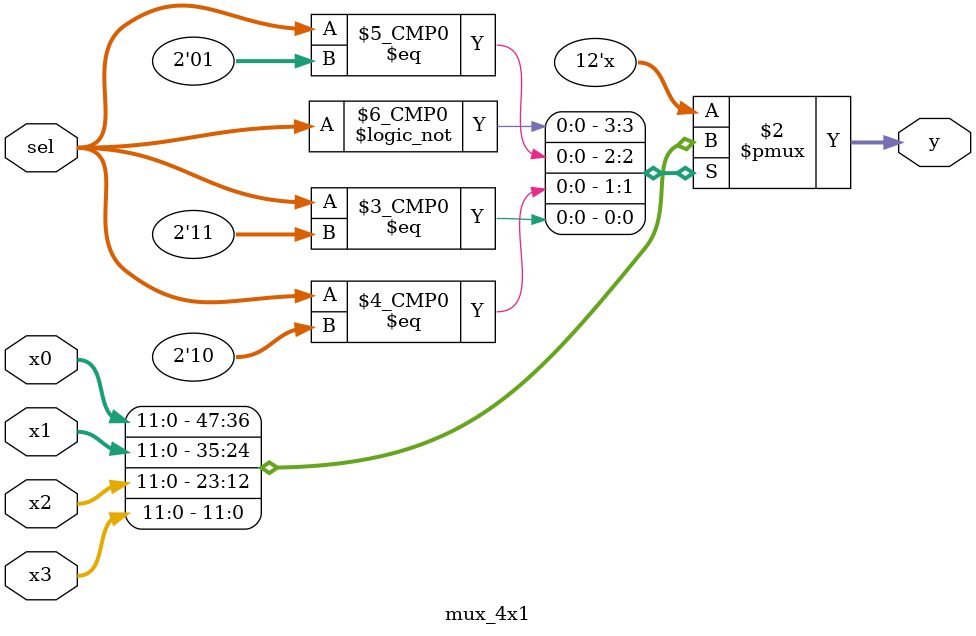
<source format=sv>
`timescale 1ns / 1ps

module VGA_Test (
    input  logic        clk,
    input  logic        reset,
    input  logic [15:0] sw,
    input  logic [ 3:0] btn,
    output logic        scl,
    output logic        sda,
    // ov7670 signal
    output logic        ov7670_xclk,
    input  logic        ov7670_pclk,
    input  logic        ov7670_href,
    input  logic        ov7670_v_sync,
    input  logic [ 7:0] ov7670_data,
    // vga display port 
    output logic        h_sync,
    output logic        v_sync,
    output logic [ 3:0] red_port,
    output logic [ 3:0] green_port,
    output logic [ 3:0] blue_port
);
    logic vga_clk;
    logic disp_enable;
    logic [9:0] x_pixel;
    logic [9:0] y_pixel;
    logic we;
    logic [16:0] wAddr;
    logic [15:0] wData;
    logic [11:0] buffer, out_buffer;
    logic qvga_en;
    logic [16:0] qvga_addr;
    logic [11:0] o_RGB;
    logic [11:0] isp_rgb;
    logic SCCB_clk;
    logic camera_set;

    assign red_port   = disp_enable ? o_RGB[11:8] : 0;
    assign green_port = disp_enable ? o_RGB[7:4] : 0;
    assign blue_port  = disp_enable ? o_RGB[3:0] : 0;
    assign camera_set = (btn[0] & !(sw[8]));

    clk_wiz_0 instance_name (
        // Clock out ports
        .vga_clk(vga_clk),     // output vga_clk
        .ov7670_clk(ov7670_xclk),     // output ov7670_clk
        .camera_configure(SCCB_clk),
        // Status and control signals
        .reset(reset), // input reset
        // Clock in ports
        .clk_in1(clk)
    );  // input clk_in1

    camera_configure #(
        .CLK_FREQ(100000000)  //25000000
    ) U_camera_config (
        .clk  (SCCB_clk),
        .start(camera_set),
        .sioc (scl),
        .siod (sda),
        .done ()
    );

    vga_controller U_VGA_Controller (
        .clk        (vga_clk),
        .reset      (reset),
        .h_sync     (h_sync),
        .v_sync     (v_sync),
        .x_pixel    (x_pixel),
        .y_pixel    (y_pixel),
        .disp_enable(disp_enable)
    );
    frameBuffer U_FrameBuffer_320x240 (
        // write side ov7670
        .wclk (ov7670_pclk),
        .we   (we),
        .wAddr(wAddr),
        .wData({wData[15:12],wData[10:7],wData[4:1]}),
        // read side vga display
        .rclk (vga_clk),
        .oe   (qvga_en),
        .rAddr(qvga_addr),
        .rData(buffer)
    );
    ov7670_SetData U_OV7670_SetData (
        .pclk       (ov7670_pclk),
        .reset      (reset),
        .href       (ov7670_href),
        .v_sync     (ov7670_v_sync),
        .ov7670_data(ov7670_data),
        .we         (we),
        .wAddr      (wAddr),
        .wData      (wData)
    );

    ISP U_ISP (
        .clk        (vga_clk),
        .reset      (reset),
        .x_pixel    (x_pixel),
        .y_pixel    (y_pixel),
        .h_sync     (h_sync),
        .v_sync     (v_sync),
        .btn        (btn),
        .sw         (sw),
        .disp_enable(disp_enable),
        //output 
        .o_RGB      (o_RGB),
        .qvga_addr  (qvga_addr),
        .qvga_en    (qvga_en),
        //vga
        .buffer     (buffer)
    );


endmodule

// module qvga_addr_decoder (
//     input  logic [ 9:0] x,
//     input  logic [ 9:0] y,
//     output logic        qvga_en,
//     output logic [16:0] qvga_addr
// );
//     always_comb begin
//         if (x < 640 && y < 480) begin
//             qvga_addr = y / 2 * 320 + x / 2;
//             qvga_en   = 1'b1;
//         end else begin
//             qvga_addr = 0;
//             qvga_en   = 1'b0;
//         end
//     end
// endmodule



module mux (
    input  logic        sel,
    input  logic [11:0] x0,
    input  logic [11:0] x1,
    output logic [11:0] y
);
    always_comb begin
        case (sel)
            1'b0: y = x0;
            1'b1: y = x1;
        endcase
    end
endmodule

module mux_4x1 (
    input  logic [ 1:0] sel,
    input  logic [11:0] x0,
    input  logic [11:0] x1,
    input  logic [11:0] x2,
    input  logic [11:0] x3,
    output logic [11:0] y
);
    always_comb begin
        case (sel)
            2'b00: y = x0;
            2'b01: y = x1;
            2'b10: y = x2;
            2'b11: y = x3;
        endcase
    end
endmodule

</source>
